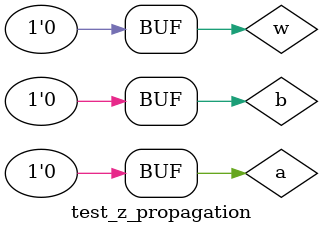
<source format=v>

module test_z_propagation;
  reg a, b;
  wire w;

  assign w = a;
  assign w = b;

  initial begin
    a = 1'bz; b = 1'b1;  // Z + 1 = 1
    #10 a = 1'b0; b = 1'bz;  // 0 + Z = 0
    #10 a = 1'bz; b = 1'bz;  // Z + Z = Z
    #10 a = 1'b0; b = 1'b1;  // 0 + 1 = X (conflict)
  end
endmodule

</source>
